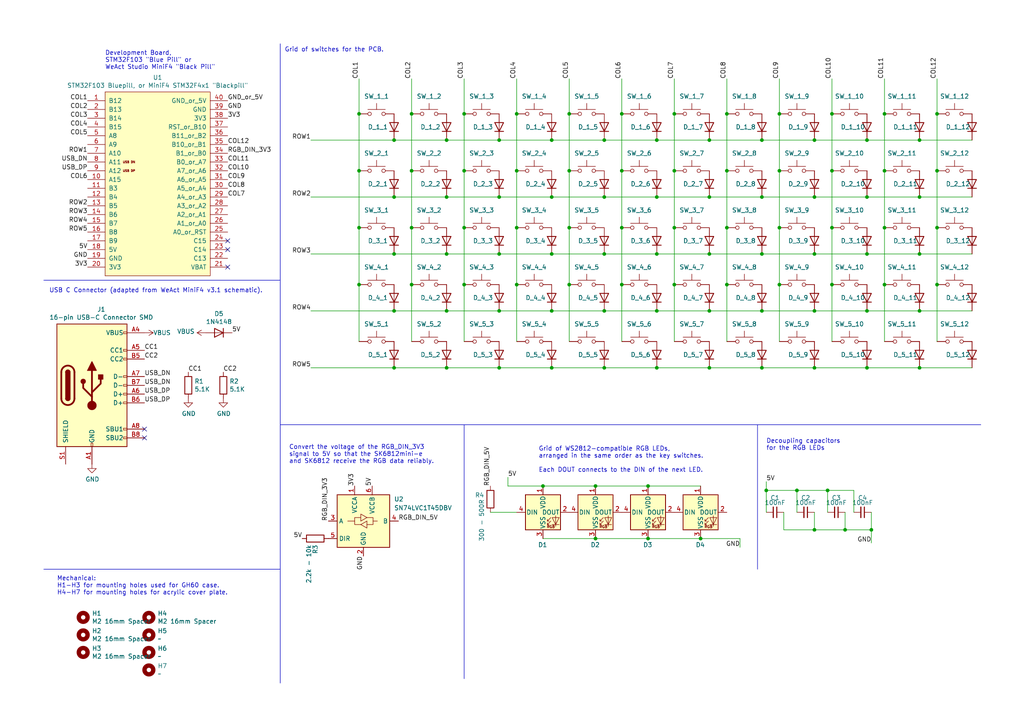
<source format=kicad_sch>
(kicad_sch (version 20250114) (generator "eeschema") (generator_version "9.0")
  (paper "A4")
  (title_block (title "X-2, ARM-Devboard variant of peej's Lumberjack") (date "2022-07-02") (rev "2022.1") (company "Richard Goulter (github.com/rgoulter)") (comment 1 "Feature: 4x WS2812B RGB LEDs.") (comment 2 "Feature: an External USB-C connector.") (comment 3 "Uses pads common to both the Bluepill devboard and the WeAct MiniF4.") (comment 4 "Keyboard PCB; 12x5 matrix."))
  (text "Grid of WS2812-compatible RGB LEDs,\narranged in the same order as the key switches.\n\nEach DOUT connects to the DIN of the next LED." (at 156.21 137.16 0) (effects (font (size 1.27 1.27)) (justify left bottom)))
  (text "USB C Connector (adapted from WeAct MiniF4 v3.1 schematic)." (at 76.2 85.09 0) (effects (font (size 1.27 1.27)) (justify right bottom)))
  (text "Decoupling capacitors\nfor the RGB LEDs" (at 222.25 130.81 0) (effects (font (size 1.27 1.27)) (justify left bottom)))
  (text "Convert the voltage of the RGB_DIN_3V3\nsignal to 5V so that the SK6812mini-e\nand SK6812 receive the RGB data reliably." (at 83.82 134.62 0) (effects (font (size 1.27 1.27)) (justify left bottom)))
  (text "Grid of switches for the PCB." (at 82.55 15.24 0) (effects (font (size 1.27 1.27)) (justify left bottom)))
  (text "Development Board,\nSTM32F103 \"Blue Pill\" or\nWeAct Studio MiniF4 \"Black Pill\"" (at 30.48 20.32 0) (effects (font (size 1.27 1.27)) (justify left bottom)))
  (text "Mechanical:\nH1-H3 for mounting holes used for GH60 case.\nH4-H7 for mounting holes for acrylic cover plate." (at 16.51 172.72 0) (effects (font (size 1.27 1.27)) (justify left bottom)))
  (junction (at 114.3 106.68))
  (junction (at 210.82 33.02))
  (junction (at 236.22 40.64))
  (junction (at 104.14 66.04))
  (junction (at 175.26 73.66))
  (junction (at 175.26 90.17))
  (junction (at 104.14 33.02))
  (junction (at 241.3 49.53))
  (junction (at 160.02 57.15))
  (junction (at 195.58 82.55))
  (junction (at 190.5 73.66))
  (junction (at 241.3 82.55))
  (junction (at 157.48 140.97))
  (junction (at 172.72 156.21))
  (junction (at 149.86 66.04))
  (junction (at 210.82 49.53))
  (junction (at 104.14 82.55))
  (junction (at 190.5 106.68))
  (junction (at 175.26 40.64))
  (junction (at 180.34 66.04))
  (junction (at 165.1 82.55))
  (junction (at 251.46 106.68))
  (junction (at 114.3 40.64))
  (junction (at 187.96 156.21))
  (junction (at 144.78 106.68))
  (junction (at 266.7 73.66))
  (junction (at 256.54 49.53))
  (junction (at 195.58 49.53))
  (junction (at 129.54 57.15))
  (junction (at 241.3 33.02))
  (junction (at 190.5 90.17))
  (junction (at 220.98 90.17))
  (junction (at 129.54 90.17))
  (junction (at 256.54 66.04))
  (junction (at 149.86 49.53))
  (junction (at 266.7 57.15))
  (junction (at 144.78 90.17))
  (junction (at 226.06 82.55))
  (junction (at 205.74 73.66))
  (junction (at 252.73 153.67))
  (junction (at 236.22 106.68))
  (junction (at 266.7 106.68))
  (junction (at 165.1 66.04))
  (junction (at 256.54 82.55))
  (junction (at 203.2 156.21))
  (junction (at 187.96 140.97))
  (junction (at 175.26 57.15))
  (junction (at 251.46 90.17))
  (junction (at 240.03 142.24))
  (junction (at 165.1 33.02))
  (junction (at 134.62 49.53))
  (junction (at 220.98 57.15))
  (junction (at 195.58 33.02))
  (junction (at 220.98 73.66))
  (junction (at 175.26 106.68))
  (junction (at 241.3 66.04))
  (junction (at 251.46 57.15))
  (junction (at 245.11 153.67))
  (junction (at 205.74 40.64))
  (junction (at 271.78 33.02))
  (junction (at 160.02 73.66))
  (junction (at 231.14 142.24))
  (junction (at 149.86 33.02))
  (junction (at 226.06 49.53))
  (junction (at 220.98 106.68))
  (junction (at 190.5 57.15))
  (junction (at 266.7 90.17))
  (junction (at 210.82 82.55))
  (junction (at 236.22 73.66))
  (junction (at 160.02 106.68))
  (junction (at 144.78 57.15))
  (junction (at 256.54 33.02))
  (junction (at 226.06 66.04))
  (junction (at 271.78 49.53))
  (junction (at 205.74 90.17))
  (junction (at 266.7 40.64))
  (junction (at 236.22 153.67))
  (junction (at 236.22 90.17))
  (junction (at 119.38 33.02))
  (junction (at 114.3 90.17))
  (junction (at 236.22 57.15))
  (junction (at 251.46 40.64))
  (junction (at 114.3 73.66))
  (junction (at 210.82 66.04))
  (junction (at 205.74 57.15))
  (junction (at 271.78 66.04))
  (junction (at 180.34 33.02))
  (junction (at 271.78 82.55))
  (junction (at 160.02 40.64))
  (junction (at 190.5 40.64))
  (junction (at 119.38 49.53))
  (junction (at 165.1 49.53))
  (junction (at 172.72 140.97))
  (junction (at 251.46 73.66))
  (junction (at 222.25 142.24))
  (junction (at 160.02 90.17))
  (junction (at 220.98 40.64))
  (junction (at 195.58 66.04))
  (junction (at 104.14 49.53))
  (junction (at 144.78 40.64))
  (junction (at 144.78 73.66))
  (junction (at 129.54 40.64))
  (junction (at 129.54 106.68))
  (junction (at 114.3 57.15))
  (junction (at 205.74 106.68))
  (junction (at 149.86 82.55))
  (junction (at 119.38 82.55))
  (junction (at 226.06 33.02))
  (junction (at 180.34 49.53))
  (junction (at 134.62 66.04))
  (junction (at 134.62 82.55))
  (junction (at 180.34 82.55))
  (junction (at 129.54 73.66))
  (junction (at 134.62 33.02))
  (junction (at 119.38 66.04))
  (no_connect (at 66.04 77.47))
  (no_connect (at 41.91 124.46))
  (no_connect (at 66.04 69.85))
  (no_connect (at 41.91 127))
  (no_connect (at 66.04 72.39))
  (wire (pts (xy 210.82 49.53) (xy 210.82 66.04)))
  (wire (pts (xy 165.1 33.02) (xy 165.1 49.53)))
  (wire (pts (xy 147.32 140.97) (xy 157.48 140.97)))
  (wire (pts (xy 172.72 156.21) (xy 187.96 156.21)))
  (wire (pts (xy 210.82 66.04) (xy 210.82 82.55)))
  (wire (pts (xy 134.62 49.53) (xy 134.62 66.04)))
  (wire (pts (xy 160.02 90.17) (xy 144.78 90.17)))
  (wire (pts (xy 104.14 49.53) (xy 104.14 66.04)))
  (wire (pts (xy 119.38 49.53) (xy 119.38 66.04)))
  (wire (pts (xy 187.96 156.21) (xy 203.2 156.21)))
  (wire (pts (xy 195.58 33.02) (xy 195.58 49.53)))
  (wire (pts (xy 149.86 66.04) (xy 149.86 82.55)))
  (wire (pts (xy 251.46 73.66) (xy 236.22 73.66)))
  (wire (pts (xy 245.11 148.59) (xy 245.11 153.67)))
  (wire (pts (xy 251.46 106.68) (xy 236.22 106.68)))
  (wire (pts (xy 175.26 73.66) (xy 190.5 73.66)))
  (wire (pts (xy 220.98 73.66) (xy 236.22 73.66)))
  (wire (pts (xy 205.74 106.68) (xy 190.5 106.68)))
  (wire (pts (xy 129.54 90.17) (xy 114.3 90.17)))
  (wire (pts (xy 144.78 106.68) (xy 129.54 106.68)))
  (wire (pts (xy 119.38 82.55) (xy 119.38 99.06)))
  (wire (pts (xy 226.06 66.04) (xy 226.06 82.55)))
  (wire (pts (xy 220.98 40.64) (xy 236.22 40.64)))
  (wire (pts (xy 175.26 57.15) (xy 190.5 57.15)))
  (wire (pts (xy 187.96 140.97) (xy 172.72 140.97)))
  (wire (pts (xy 266.7 106.68) (xy 251.46 106.68)))
  (wire (pts (xy 251.46 73.66) (xy 266.7 73.66)))
  (wire (pts (xy 175.26 57.15) (xy 160.02 57.15)))
  (wire (pts (xy 266.7 40.64) (xy 281.94 40.64)))
  (wire (pts (xy 104.14 33.02) (xy 104.14 49.53)))
  (wire (pts (xy 134.62 82.55) (xy 134.62 99.06)))
  (wire (pts (xy 114.3 57.15) (xy 129.54 57.15)))
  (wire (pts (xy 256.54 66.04) (xy 256.54 82.55)))
  (polyline (pts (xy 81.28 165.1) (xy 12.7 165.1)))
  (polyline (pts (xy 81.28 81.28) (xy 12.7 81.28)))
  (polyline (pts (xy 134.62 123.19) (xy 134.62 196.85)))
  (wire (pts (xy 165.1 49.53) (xy 165.1 66.04)))
  (wire (pts (xy 187.96 140.97) (xy 203.2 140.97)))
  (wire (pts (xy 220.98 90.17) (xy 205.74 90.17)))
  (wire (pts (xy 190.5 40.64) (xy 205.74 40.64)))
  (wire (pts (xy 172.72 140.97) (xy 157.48 140.97)))
  (wire (pts (xy 114.3 106.68) (xy 90.17 106.68)))
  (wire (pts (xy 281.94 73.66) (xy 266.7 73.66)))
  (wire (pts (xy 160.02 40.64) (xy 175.26 40.64)))
  (wire (pts (xy 119.38 33.02) (xy 119.38 49.53)))
  (wire (pts (xy 144.78 40.64) (xy 160.02 40.64)))
  (wire (pts (xy 241.3 22.86) (xy 241.3 33.02)))
  (wire (pts (xy 203.2 156.21) (xy 214.63 156.21)))
  (wire (pts (xy 129.54 106.68) (xy 114.3 106.68)))
  (wire (pts (xy 226.06 22.86) (xy 226.06 33.02)))
  (wire (pts (xy 144.78 73.66) (xy 160.02 73.66)))
  (wire (pts (xy 144.78 57.15) (xy 160.02 57.15)))
  (wire (pts (xy 236.22 57.15) (xy 251.46 57.15)))
  (wire (pts (xy 144.78 90.17) (xy 129.54 90.17)))
  (wire (pts (xy 220.98 106.68) (xy 205.74 106.68)))
  (wire (pts (xy 236.22 148.59) (xy 236.22 153.67)))
  (wire (pts (xy 149.86 82.55) (xy 149.86 99.06)))
  (wire (pts (xy 251.46 90.17) (xy 236.22 90.17)))
  (wire (pts (xy 226.06 33.02) (xy 226.06 49.53)))
  (wire (pts (xy 205.74 90.17) (xy 190.5 90.17)))
  (wire (pts (xy 190.5 57.15) (xy 205.74 57.15)))
  (wire (pts (xy 226.06 82.55) (xy 226.06 99.06)))
  (wire (pts (xy 114.3 90.17) (xy 90.17 90.17)))
  (wire (pts (xy 222.25 142.24) (xy 222.25 148.59)))
  (wire (pts (xy 180.34 22.86) (xy 180.34 33.02)))
  (wire (pts (xy 247.65 148.59) (xy 247.65 142.24)))
  (wire (pts (xy 149.86 22.86) (xy 149.86 33.02)))
  (wire (pts (xy 134.62 33.02) (xy 134.62 49.53)))
  (wire (pts (xy 195.58 22.86) (xy 195.58 33.02)))
  (wire (pts (xy 245.11 153.67) (xy 252.73 153.67)))
  (wire (pts (xy 266.7 57.15) (xy 281.94 57.15)))
  (wire (pts (xy 190.5 90.17) (xy 175.26 90.17)))
  (polyline (pts (xy 81.28 12.7) (xy 81.28 198.12)))
  (wire (pts (xy 119.38 22.86) (xy 119.38 33.02)))
  (wire (pts (xy 180.34 82.55) (xy 180.34 99.06)))
  (wire (pts (xy 231.14 148.59) (xy 231.14 142.24)))
  (wire (pts (xy 214.63 156.21) (xy 214.63 158.75)))
  (wire (pts (xy 236.22 40.64) (xy 251.46 40.64)))
  (wire (pts (xy 281.94 106.68) (xy 266.7 106.68)))
  (wire (pts (xy 157.48 156.21) (xy 172.72 156.21)))
  (wire (pts (xy 251.46 40.64) (xy 266.7 40.64)))
  (wire (pts (xy 149.86 49.53) (xy 149.86 66.04)))
  (wire (pts (xy 195.58 49.53) (xy 195.58 66.04)))
  (wire (pts (xy 190.5 40.64) (xy 175.26 40.64)))
  (wire (pts (xy 251.46 57.15) (xy 266.7 57.15)))
  (wire (pts (xy 236.22 153.67) (xy 245.11 153.67)))
  (wire (pts (xy 104.14 66.04) (xy 104.14 82.55)))
  (wire (pts (xy 175.26 106.68) (xy 190.5 106.68)))
  (wire (pts (xy 175.26 106.68) (xy 160.02 106.68)))
  (wire (pts (xy 241.3 66.04) (xy 241.3 82.55)))
  (wire (pts (xy 134.62 66.04) (xy 134.62 82.55)))
  (wire (pts (xy 180.34 66.04) (xy 180.34 82.55)))
  (wire (pts (xy 240.03 142.24) (xy 231.14 142.24)))
  (wire (pts (xy 281.94 90.17) (xy 266.7 90.17)))
  (wire (pts (xy 147.32 138.43) (xy 147.32 140.97)))
  (wire (pts (xy 256.54 49.53) (xy 256.54 66.04)))
  (wire (pts (xy 195.58 82.55) (xy 195.58 99.06)))
  (wire (pts (xy 271.78 82.55) (xy 271.78 99.06)))
  (wire (pts (xy 226.06 49.53) (xy 226.06 66.04)))
  (wire (pts (xy 266.7 90.17) (xy 251.46 90.17)))
  (wire (pts (xy 241.3 82.55) (xy 241.3 99.06)))
  (wire (pts (xy 180.34 49.53) (xy 180.34 66.04)))
  (wire (pts (xy 256.54 22.86) (xy 256.54 33.02)))
  (wire (pts (xy 104.14 22.86) (xy 104.14 33.02)))
  (wire (pts (xy 241.3 33.02) (xy 241.3 49.53)))
  (wire (pts (xy 210.82 82.55) (xy 210.82 99.06)))
  (wire (pts (xy 240.03 148.59) (xy 240.03 142.24)))
  (wire (pts (xy 210.82 33.02) (xy 210.82 49.53)))
  (wire (pts (xy 205.74 57.15) (xy 220.98 57.15)))
  (wire (pts (xy 129.54 40.64) (xy 144.78 40.64)))
  (wire (pts (xy 205.74 73.66) (xy 220.98 73.66)))
  (wire (pts (xy 160.02 73.66) (xy 175.26 73.66)))
  (wire (pts (xy 114.3 40.64) (xy 129.54 40.64)))
  (wire (pts (xy 205.74 40.64) (xy 220.98 40.64)))
  (wire (pts (xy 210.82 22.86) (xy 210.82 33.02)))
  (wire (pts (xy 256.54 33.02) (xy 256.54 49.53)))
  (wire (pts (xy 190.5 73.66) (xy 205.74 73.66)))
  (wire (pts (xy 241.3 49.53) (xy 241.3 66.04)))
  (wire (pts (xy 271.78 66.04) (xy 271.78 82.55)))
  (wire (pts (xy 247.65 142.24) (xy 240.03 142.24)))
  (wire (pts (xy 227.33 148.59) (xy 227.33 153.67)))
  (wire (pts (xy 252.73 148.59) (xy 252.73 153.67)))
  (wire (pts (xy 149.86 33.02) (xy 149.86 49.53)))
  (wire (pts (xy 180.34 33.02) (xy 180.34 49.53)))
  (wire (pts (xy 129.54 57.15) (xy 144.78 57.15)))
  (wire (pts (xy 160.02 106.68) (xy 144.78 106.68)))
  (wire (pts (xy 256.54 82.55) (xy 256.54 99.06)))
  (wire (pts (xy 252.73 153.67) (xy 252.73 157.48)))
  (polyline (pts (xy 219.71 123.19) (xy 219.71 165.1)))
  (wire (pts (xy 231.14 142.24) (xy 222.25 142.24)))
  (wire (pts (xy 114.3 73.66) (xy 90.17 73.66)))
  (wire (pts (xy 129.54 73.66) (xy 144.78 73.66)))
  (wire (pts (xy 104.14 82.55) (xy 104.14 99.06)))
  (wire (pts (xy 114.3 57.15) (xy 90.17 57.15)))
  (wire (pts (xy 114.3 40.64) (xy 90.17 40.64)))
  (wire (pts (xy 236.22 106.68) (xy 220.98 106.68)))
  (wire (pts (xy 119.38 66.04) (xy 119.38 82.55)))
  (wire (pts (xy 236.22 90.17) (xy 220.98 90.17)))
  (wire (pts (xy 271.78 22.86) (xy 271.78 33.02)))
  (wire (pts (xy 227.33 153.67) (xy 236.22 153.67)))
  (wire (pts (xy 134.62 22.86) (xy 134.62 33.02)))
  (wire (pts (xy 175.26 90.17) (xy 160.02 90.17)))
  (wire (pts (xy 165.1 82.55) (xy 165.1 99.06)))
  (polyline (pts (xy 81.28 123.19) (xy 284.48 123.19)))
  (wire (pts (xy 165.1 66.04) (xy 165.1 82.55)))
  (wire (pts (xy 271.78 49.53) (xy 271.78 66.04)))
  (wire (pts (xy 195.58 66.04) (xy 195.58 82.55)))
  (wire (pts (xy 165.1 22.86) (xy 165.1 33.02)))
  (wire (pts (xy 220.98 57.15) (xy 236.22 57.15)))
  (wire (pts (xy 114.3 73.66) (xy 129.54 73.66)))
  (wire (pts (xy 142.24 148.59) (xy 149.86 148.59)))
  (wire (pts (xy 271.78 33.02) (xy 271.78 49.53)))
  (wire (pts (xy 222.25 139.7) (xy 222.25 142.24)))
  (label "COL8" (at 210.82 22.86 90))
  (label "USB_DP" (at 41.91 116.84 0))
  (label "GND" (at 25.4 74.93 180))
  (label "5V" (at 147.32 138.43 0))
  (label "RGB_DIN_5V" (at 115.57 151.13 0))
  (label "GND" (at 252.73 157.48 180))
  (label "CC2" (at 64.77 107.95 0))
  (label "COL1" (at 104.14 22.86 90))
  (label "COL3" (at 134.62 22.86 90))
  (label "GND" (at 214.63 158.75 180))
  (label "ROW5" (at 90.17 106.68 180))
  (label "GND" (at 66.04 31.75 0))
  (label "CC1" (at 41.91 101.6 0))
  (label "RGB_DIN_3V3" (at 66.04 44.45 0))
  (label "ROW5" (at 25.4 67.31 180))
  (label "USB_DN" (at 25.4 46.99 180))
  (label "COL5" (at 165.1 22.86 90))
  (label "ROW3" (at 25.4 62.23 180))
  (label "3V3" (at 25.4 77.47 180))
  (label "COL10" (at 241.3 22.86 90))
  (label "5V" (at 25.4 72.39 180))
  (label "5V" (at 67.31 96.52 0))
  (label "COL1" (at 25.4 29.21 180))
  (label "RGB_DIN_3V3" (at 95.25 151.13 90))
  (label "ROW3" (at 90.17 73.66 180))
  (label "COL4" (at 149.86 22.86 90))
  (label "ROW2" (at 90.17 57.15 180))
  (label "USB_DP" (at 25.4 49.53 180))
  (label "RGB_DIN_5V" (at 142.24 140.97 90))
  (label "ROW2" (at 25.4 59.69 180))
  (label "COL7" (at 66.04 57.15 0))
  (label "COL10" (at 66.04 49.53 0))
  (label "COL4" (at 25.4 36.83 180))
  (label "COL12" (at 271.78 22.86 90))
  (label "5V" (at 107.95 140.97 90))
  (label "COL11" (at 256.54 22.86 90))
  (label "USB_DN" (at 41.91 109.22 0))
  (label "USB_DN" (at 41.91 111.76 0))
  (label "CC2" (at 41.91 104.14 0))
  (label "5V" (at 222.25 139.7 0))
  (label "ROW1" (at 25.4 44.45 180))
  (label "CC1" (at 54.61 107.95 0))
  (label "COL9" (at 66.04 52.07 0))
  (label "COL2" (at 25.4 31.75 180))
  (label "3V3" (at 102.87 140.97 90))
  (label "COL9" (at 226.06 22.86 90))
  (label "5V" (at 87.63 156.21 180))
  (label "COL12" (at 66.04 41.91 0))
  (label "COL6" (at 25.4 52.07 180))
  (label "ROW4" (at 25.4 64.77 180))
  (label "COL3" (at 25.4 34.29 180))
  (label "3V3" (at 66.04 34.29 0))
  (label "ROW4" (at 90.17 90.17 180))
  (label "USB_DP" (at 41.91 114.3 0))
  (label "COL5" (at 25.4 39.37 180))
  (label "ROW1" (at 90.17 40.64 180))
  (label "COL8" (at 66.04 54.61 0))
  (label "COL2" (at 119.38 22.86 90))
  (label "COL6" (at 180.34 22.86 90))
  (label "GND_or_5V" (at 66.04 29.21 0))
  (label "GND" (at 105.41 161.29 270))
  (label "COL11" (at 66.04 46.99 0))
  (label "COL7" (at 195.58 22.86 90))
  (symbol (lib_id "Switch:SW_Push") (at 109.22 33.02 0) (unit 1)
    (property "Reference" "SW_1_1" (at 109.22 27.94 0))
    (property "Value" "MX-compatible or Kailh Choc v1" (effects (hide yes)))
    (property "Footprint" "ProjectLocal:SW_MX_PG1350_NoLed" (effects (hide yes)))
    (property "Description" "Mechanical Keyboard Switch" (effects (hide yes)))
  )
  (symbol (lib_id "LED:WS2812B") (at 157.48 148.59 0) (unit 1)
    (property "Reference" "D1" (at 158.75 158.75 0) (effects (justify right bottom)))
    (property "Value" "SK6812" (effects (hide yes)))
    (property "Footprint" "LED_SMD:LED_WS2812B_PLCC4_5.0x5.0mm_P3.2mm" (effects (hide yes)))
    (property "Datasheet" "https://cdn-shop.adafruit.com/datasheets/WS2812B.pdf" (effects (hide yes)))
    (property "Description" "RGB LED" (effects (hide yes)))
  )
  (symbol (lib_id "LED:WS2812B") (at 172.72 148.59 0) (unit 1)
    (property "Reference" "D2" (at 173.99 158.75 0) (effects (justify right bottom)))
    (property "Value" "SK6812" (effects (hide yes)))
    (property "Footprint" "LED_SMD:LED_WS2812B_PLCC4_5.0x5.0mm_P3.2mm" (effects (hide yes)))
    (property "Datasheet" "https://cdn-shop.adafruit.com/datasheets/WS2812B.pdf" (effects (hide yes)))
    (property "Description" "RGB LED" (effects (hide yes)))
  )
  (symbol (lib_id "LED:WS2812B") (at 187.96 148.59 0) (unit 1)
    (property "Reference" "D3" (at 189.23 158.75 0) (effects (justify right bottom)))
    (property "Value" "SK6812" (effects (hide yes)))
    (property "Footprint" "LED_SMD:LED_WS2812B_PLCC4_5.0x5.0mm_P3.2mm" (effects (hide yes)))
    (property "Datasheet" "https://cdn-shop.adafruit.com/datasheets/WS2812B.pdf" (effects (hide yes)))
    (property "Description" "RGB LED" (effects (hide yes)))
  )
  (symbol (lib_id "LED:WS2812B") (at 203.2 148.59 0) (unit 1)
    (property "Reference" "D4" (at 204.47 158.75 0) (effects (justify right bottom)))
    (property "Value" "SK6812" (effects (hide yes)))
    (property "Footprint" "LED_SMD:LED_WS2812B_PLCC4_5.0x5.0mm_P3.2mm" (effects (hide yes)))
    (property "Datasheet" "https://cdn-shop.adafruit.com/datasheets/WS2812B.pdf" (effects (hide yes)))
    (property "Description" "RGB LED" (effects (hide yes)))
  )
  (symbol (lib_id "Mechanical:MountingHole") (at 24.13 179.07 0) (unit 1)
    (property "Reference" "H1" (at 26.67 177.9016 0) (effects (justify left)))
    (property "Value" "M2 16mm Spacer" (at 26.67 180.213 0) (effects (justify left)))
    (property "Footprint" "MountingHole:MountingHole_2.2mm_M2_DIN965_Pad" (effects (hide yes)))
    (property "Description" "Acrylic Cover Mounting Hole" (effects (hide yes)))
  )
  (symbol (lib_id "Mechanical:MountingHole") (at 24.13 184.15 0) (unit 1)
    (property "Reference" "H2" (at 26.67 182.9816 0) (effects (justify left)))
    (property "Value" "M2 16mm Spacer" (at 26.67 185.293 0) (effects (justify left)))
    (property "Footprint" "MountingHole:MountingHole_2.2mm_M2_DIN965_Pad" (effects (hide yes)))
    (property "Description" "Acrylic Cover Mounting Hole" (effects (hide yes)))
  )
  (symbol (lib_id "Mechanical:MountingHole") (at 24.13 189.23 0) (unit 1)
    (property "Reference" "H3" (at 26.67 188.0616 0) (effects (justify left)))
    (property "Value" "M2 16mm Spacer" (at 26.67 190.373 0) (effects (justify left)))
    (property "Footprint" "MountingHole:MountingHole_2.2mm_M2_DIN965_Pad" (effects (hide yes)))
    (property "Description" "Acrylic Cover Mounting Hole" (effects (hide yes)))
  )
  (symbol (lib_id "Mechanical:MountingHole") (at 43.18 179.07 0) (unit 1)
    (property "Reference" "H4" (at 45.72 177.9016 0) (effects (justify left)))
    (property "Value" "M2 16mm Spacer" (at 45.72 180.213 0) (effects (justify left)))
    (property "Footprint" "MountingHole:MountingHole_2.2mm_M2_DIN965_Pad" (effects (hide yes)))
    (property "Description" "Acrylic Cover Mounting Hole" (effects (hide yes)))
  )
  (symbol (lib_id "Mechanical:MountingHole") (at 43.18 184.15 0) (unit 1)
    (property "Reference" "H5" (at 45.72 182.9816 0) (effects (justify left)))
    (property "Value" "~" (at 45.72 185.293 0) (effects (justify left)))
    (property "Footprint" "ProjectLocal:Bumpon_3M_F0502" (effects (hide yes)))
    (property "Description" "GH-60 Case Mounting Hole" (effects (hide yes)))
  )
  (symbol (lib_id "Mechanical:MountingHole") (at 43.18 189.23 0) (unit 1)
    (property "Reference" "H6" (at 45.72 188.0616 0) (effects (justify left)))
    (property "Value" "~" (at 45.72 190.373 0) (effects (justify left)))
    (property "Footprint" "ProjectLocal:H_M2_Spacer_Hole" (effects (hide yes)))
    (property "Description" "GH-60 Case Mounting Hole" (effects (hide yes)))
  )
  (symbol (lib_id "Mechanical:MountingHole") (at 43.18 194.31 0) (unit 1)
    (property "Reference" "H7" (at 45.72 193.1416 0) (effects (justify left)))
    (property "Value" "~" (at 45.72 195.453 0) (effects (justify left)))
    (property "Footprint" "ProjectLocal:H_M2_Spacer_Hole" (effects (hide yes)))
    (property "Description" "GH-60 Case Mounting Hole" (effects (hide yes)))
  )
  (symbol (lib_id "Device:C_Small") (at 224.79 148.59 270) (unit 1)
    (property "Reference" "C1" (at 224.79 145.1102 90) (effects (justify bottom)))
    (property "Value" "100nF" (at 224.79 145.0848 90) (effects (justify top)))
    (property "Footprint" "ProjectLocal:C_0805_2012Metric_Pad1.18x1.45mm_HandSolder_Dual" (effects (hide yes)))
    (property "Description" "Capacitor (Through-hole or 0805)" (effects (hide yes)))
  )
  (symbol (lib_id "Logic_LevelTranslator:SN74LVC1T45DBV") (at 105.41 151.13 0) (unit 1)
    (property "Reference" "U2" (at 114.3 144.78 0) (effects (justify left)))
    (property "Value" "SN74LVC1T45DBV" (at 114.3 147.32 0) (effects (justify left)))
    (property "Footprint" "Package_TO_SOT_SMD:SOT-23-6_Handsoldering" (effects (hide yes)))
    (property "Datasheet" "http://www.ti.com/lit/ds/symlink/sn74lvc1t45.pdf" (effects (hide yes)))
    (property "Description" "Logic Level Shifter" (effects (hide yes)))
  )
  (symbol (lib_id "Device:R") (at 91.44 156.21 270) (unit 1)
    (property "Reference" "R3" (at 91.44 157.988 0) (effects (justify left)))
    (property "Value" "2.2k - 10k" (at 90.297 157.988 0) (effects (justify left top)))
    (property "Footprint" "ProjectLocal:Resistor-Hybrid" (effects (hide yes)))
    (property "Description" "Resistor (1/4W through-hole, or 0805)" (effects (hide yes)))
  )
  (symbol (lib_id "Device:C_Small") (at 233.68 148.59 270) (unit 1)
    (property "Reference" "C2" (at 233.68 145.1102 90) (effects (justify bottom)))
    (property "Value" "100nF" (at 233.68 145.0848 90) (effects (justify top)))
    (property "Footprint" "ProjectLocal:C_0805_2012Metric_Pad1.18x1.45mm_HandSolder_Dual" (effects (hide yes)))
    (property "Description" "Capacitor (Through-hole or 0805)" (effects (hide yes)))
  )
  (symbol (lib_id "Device:C_Small") (at 250.19 148.59 270) (unit 1)
    (property "Reference" "C4" (at 250.19 145.1102 90) (effects (justify bottom)))
    (property "Value" "100nF" (at 250.19 145.0848 90) (effects (justify top)))
    (property "Footprint" "ProjectLocal:C_0805_2012Metric_Pad1.18x1.45mm_HandSolder_Dual" (effects (hide yes)))
    (property "Description" "Capacitor (Through-hole or 0805)" (effects (hide yes)))
  )
  (symbol (lib_id "Device:C_Small") (at 242.57 148.59 270) (unit 1)
    (property "Reference" "C3" (at 242.57 145.1102 90) (effects (justify bottom)))
    (property "Value" "100nF" (at 242.57 145.0848 90) (effects (justify top)))
    (property "Footprint" "ProjectLocal:C_0805_2012Metric_Pad1.18x1.45mm_HandSolder_Dual" (effects (hide yes)))
    (property "Description" "Capacitor (Through-hole or 0805)" (effects (hide yes)))
  )
  (symbol (lib_id "Device:R") (at 142.24 144.78 0) (unit 1)
    (property "Reference" "R4" (at 140.462 143.6116 0) (effects (justify right)))
    (property "Value" "300 - 500R" (at 139.7 144.78 90) (effects (justify right)))
    (property "Footprint" "ProjectLocal:Resistor-Hybrid" (effects (hide yes)))
    (property "Description" "Resistor (1/4W through-hole, or 0805)" (effects (hide yes)))
  )
  (symbol (lib_id "ProjectLocal:BluePill_or_MiniF4_DIP40") (at 45.72 52.07 0) (unit 1)
    (property "Reference" "U1" (at 45.72 22.479 0))
    (property "Value" "STM32F103 Bluepill, or MiniF4 STM32F4x1 \"Blackpill\"" (at 45.72 24.7904 0))
    (property "Footprint" "Package_DIP:DIP-40_W15.24mm_Socket" (effects (hide yes)))
    (property "Description" "DIP-40 STM32 Development Board" (effects (hide yes)))
    (property "Comment" "Ideally, use a DIP-40 socket with round pins, or cut down a SIP header with round pins" (effects (hide yes)))
  )
  (symbol (lib_id "Connector:USB_C_Receptacle_USB2.0") (at 26.67 111.76 0) (unit 1)
    (property "Reference" "J1" (at 29.3878 89.7382 0))
    (property "Value" "16-pin USB-C Connector SMD" (at 29.3878 92.0496 0))
    (property "Footprint" "Connector_USB:USB_C_Receptacle_XKB_U262-16XN-4BVC11" (effects (hide yes)))
    (property "Datasheet" "https://www.usb.org/sites/default/files/documents/usb_type-c.zip" (effects (hide yes)))
    (property "Description" "USB-C Connector" (effects (hide yes)))
  )
  (symbol (lib_id "Device:D") (at 63.5 96.52 180) (unit 1)
    (property "Reference" "D5" (at 63.5 91.0082 0))
    (property "Value" "1N4148" (at 63.5 93.3196 0))
    (property "Footprint" "Keebio-Parts:Diode-dual" (effects (hide yes)))
    (property "Description" "Diode (Through-hole or 0805)" (effects (hide yes)))
  )
  (symbol (lib_id "Device:R") (at 54.61 111.76 0) (unit 1)
    (property "Reference" "R1" (at 56.388 110.5916 0) (effects (justify left)))
    (property "Value" "5.1K" (at 56.388 112.903 0) (effects (justify left)))
    (property "Footprint" "ProjectLocal:Resistor-Hybrid" (effects (hide yes)))
    (property "Description" "Resistor (1/4W through-hole, or 0805)" (effects (hide yes)))
  )
  (symbol (lib_id "Device:R") (at 64.77 111.76 0) (unit 1)
    (property "Reference" "R2" (at 66.548 110.5916 0) (effects (justify left)))
    (property "Value" "5.1K" (at 66.548 112.903 0) (effects (justify left)))
    (property "Footprint" "ProjectLocal:Resistor-Hybrid" (effects (hide yes)))
    (property "Description" "Resistor (1/4W through-hole, or 0805)" (effects (hide yes)))
  )
  (symbol (lib_id "power:GND") (at 26.67 134.62 0) (unit 1)
    (property "Reference" "#PWR0101" (effects (hide yes)))
    (property "Value" "GND" (at 26.797 139.0142 0))
  )
  (symbol (lib_id "power:VBUS") (at 41.91 96.52 270) (unit 1)
    (property "Reference" "#PWR0102" (effects (hide yes)))
    (property "Value" "VBUS" (at 46.99 96.52 90))
  )
  (symbol (lib_id "power:VBUS") (at 59.69 96.52 90) (unit 1)
    (property "Reference" "#PWR0103" (effects (hide yes)))
    (property "Value" "VBUS" (at 56.4642 96.139 90) (effects (justify left)))
  )
  (symbol (lib_id "power:GND") (at 54.61 115.57 0) (unit 1)
    (property "Reference" "#PWR0104" (effects (hide yes)))
    (property "Value" "GND" (at 54.737 119.9642 0))
  )
  (symbol (lib_id "power:GND") (at 64.77 115.57 0) (unit 1)
    (property "Reference" "#PWR0105" (effects (hide yes)))
    (property "Value" "GND" (at 64.897 119.9642 0))
  )
  (symbol (lib_id "Device:D") (at 114.3 36.83 90) (unit 1)
    (property "Reference" "D_1_1" (at 106.68 36.83 90) (effects (justify right)))
    (property "Value" "1N4148" (effects (hide yes)))
    (property "Footprint" "Keebio-Parts:Diode-dual" (effects (hide yes)))
    (property "Description" "Diode (Through-hole or 0805)" (effects (hide yes)))
  )
  (symbol (lib_id "Switch:SW_Push") (at 124.46 33.02 0) (unit 1)
    (property "Reference" "SW_1_2" (at 124.46 27.94 0))
    (property "Value" "MX-compatible or Kailh Choc v1" (effects (hide yes)))
    (property "Footprint" "ProjectLocal:SW_MX_PG1350_NoLed" (effects (hide yes)))
    (property "Description" "Mechanical Keyboard Switch" (effects (hide yes)))
  )
  (symbol (lib_id "Device:D") (at 129.54 36.83 90) (unit 1)
    (property "Reference" "D_1_2" (at 121.92 36.83 90) (effects (justify right)))
    (property "Value" "1N4148" (effects (hide yes)))
    (property "Footprint" "Keebio-Parts:Diode-dual" (effects (hide yes)))
    (property "Description" "Diode (Through-hole or 0805)" (effects (hide yes)))
  )
  (symbol (lib_id "Switch:SW_Push") (at 139.7 33.02 0) (unit 1)
    (property "Reference" "SW_1_3" (at 139.7 27.94 0))
    (property "Value" "MX-compatible or Kailh Choc v1" (effects (hide yes)))
    (property "Footprint" "ProjectLocal:SW_MX_PG1350_NoLed" (effects (hide yes)))
    (property "Description" "Mechanical Keyboard Switch" (effects (hide yes)))
  )
  (symbol (lib_id "Switch:SW_Push") (at 154.94 33.02 0) (unit 1)
    (property "Reference" "SW_1_4" (at 154.94 27.94 0))
    (property "Value" "MX-compatible or Kailh Choc v1" (effects (hide yes)))
    (property "Footprint" "ProjectLocal:SW_MX_PG1350_NoLed" (effects (hide yes)))
    (property "Description" "Mechanical Keyboard Switch" (effects (hide yes)))
  )
  (symbol (lib_id "Switch:SW_Push") (at 170.18 33.02 0) (unit 1)
    (property "Reference" "SW_1_5" (at 170.18 27.94 0))
    (property "Value" "MX-compatible or Kailh Choc v1" (effects (hide yes)))
    (property "Footprint" "ProjectLocal:SW_MX_PG1350_NoLed" (effects (hide yes)))
    (property "Description" "Mechanical Keyboard Switch" (effects (hide yes)))
  )
  (symbol (lib_id "Switch:SW_Push") (at 185.42 33.02 0) (unit 1)
    (property "Reference" "SW_1_6" (at 185.42 27.94 0))
    (property "Value" "MX-compatible or Kailh Choc v1" (effects (hide yes)))
    (property "Footprint" "ProjectLocal:SW_MX_PG1350_NoLed" (effects (hide yes)))
    (property "Description" "Mechanical Keyboard Switch" (effects (hide yes)))
  )
  (symbol (lib_id "Switch:SW_Push") (at 200.66 33.02 0) (unit 1)
    (property "Reference" "SW_1_7" (at 200.66 27.94 0))
    (property "Value" "MX-compatible or Kailh Choc v1" (effects (hide yes)))
    (property "Footprint" "ProjectLocal:SW_MX_PG1350_NoLed" (effects (hide yes)))
    (property "Description" "Mechanical Keyboard Switch" (effects (hide yes)))
  )
  (symbol (lib_id "Switch:SW_Push") (at 215.9 33.02 0) (unit 1)
    (property "Reference" "SW_1_8" (at 215.9 27.94 0))
    (property "Value" "MX-compatible or Kailh Choc v1" (effects (hide yes)))
    (property "Footprint" "ProjectLocal:SW_MX_PG1350_NoLed" (effects (hide yes)))
    (property "Description" "Mechanical Keyboard Switch" (effects (hide yes)))
  )
  (symbol (lib_id "Switch:SW_Push") (at 231.14 33.02 0) (unit 1)
    (property "Reference" "SW_1_9" (at 231.14 27.94 0))
    (property "Value" "MX-compatible or Kailh Choc v1" (effects (hide yes)))
    (property "Footprint" "ProjectLocal:SW_MX_PG1350_NoLed" (effects (hide yes)))
    (property "Description" "Mechanical Keyboard Switch" (effects (hide yes)))
  )
  (symbol (lib_id "Switch:SW_Push") (at 246.38 33.02 0) (unit 1)
    (property "Reference" "SW_1_10" (at 246.38 27.94 0))
    (property "Value" "MX-compatible or Kailh Choc v1" (effects (hide yes)))
    (property "Footprint" "ProjectLocal:SW_MX_PG1350_NoLed" (effects (hide yes)))
    (property "Description" "Mechanical Keyboard Switch" (effects (hide yes)))
  )
  (symbol (lib_id "Switch:SW_Push") (at 261.62 33.02 0) (unit 1)
    (property "Reference" "SW_1_11" (at 261.62 27.94 0))
    (property "Value" "MX-compatible or Kailh Choc v1" (effects (hide yes)))
    (property "Footprint" "ProjectLocal:SW_MX_PG1350_NoLed" (effects (hide yes)))
    (property "Description" "Mechanical Keyboard Switch" (effects (hide yes)))
  )
  (symbol (lib_id "Switch:SW_Push") (at 276.86 33.02 0) (unit 1)
    (property "Reference" "SW_1_12" (at 276.86 27.94 0))
    (property "Value" "MX-compatible or Kailh Choc v1" (effects (hide yes)))
    (property "Footprint" "ProjectLocal:SW_MX_PG1350_NoLed" (effects (hide yes)))
    (property "Description" "Mechanical Keyboard Switch" (effects (hide yes)))
  )
  (symbol (lib_id "Switch:SW_Push") (at 109.22 49.53 0) (unit 1)
    (property "Reference" "SW_2_1" (at 109.22 44.45 0))
    (property "Value" "MX-compatible or Kailh Choc v1" (effects (hide yes)))
    (property "Footprint" "ProjectLocal:SW_MX_PG1350_NoLed" (effects (hide yes)))
    (property "Description" "Mechanical Keyboard Switch" (effects (hide yes)))
  )
  (symbol (lib_id "Device:D") (at 114.3 53.34 90) (unit 1)
    (property "Reference" "D_2_1" (at 106.68 53.34 90) (effects (justify right)))
    (property "Value" "1N4148" (effects (hide yes)))
    (property "Footprint" "Keebio-Parts:Diode-dual" (effects (hide yes)))
    (property "Description" "Diode (Through-hole or 0805)" (effects (hide yes)))
  )
  (symbol (lib_id "Switch:SW_Push") (at 109.22 66.04 0) (unit 1)
    (property "Reference" "SW_3_1" (at 109.22 60.96 0))
    (property "Value" "MX-compatible or Kailh Choc v1" (effects (hide yes)))
    (property "Footprint" "ProjectLocal:SW_MX_PG1350_NoLed" (effects (hide yes)))
    (property "Description" "Mechanical Keyboard Switch" (effects (hide yes)))
  )
  (symbol (lib_id "Device:D") (at 114.3 69.85 90) (unit 1)
    (property "Reference" "D_3_1" (at 106.68 69.85 90) (effects (justify right)))
    (property "Value" "1N4148" (effects (hide yes)))
    (property "Footprint" "Keebio-Parts:Diode-dual" (effects (hide yes)))
    (property "Description" "Diode (Through-hole or 0805)" (effects (hide yes)))
  )
  (symbol (lib_id "Switch:SW_Push") (at 109.22 82.55 0) (unit 1)
    (property "Reference" "SW_4_1" (at 109.22 77.47 0))
    (property "Value" "MX-compatible or Kailh Choc v1" (effects (hide yes)))
    (property "Footprint" "ProjectLocal:SW_MX_PG1350_NoLed" (effects (hide yes)))
    (property "Description" "Mechanical Keyboard Switch" (effects (hide yes)))
  )
  (symbol (lib_id "Device:D") (at 114.3 86.36 90) (unit 1)
    (property "Reference" "D_4_1" (at 106.68 86.36 90) (effects (justify right)))
    (property "Value" "1N4148" (effects (hide yes)))
    (property "Footprint" "Keebio-Parts:Diode-dual" (effects (hide yes)))
    (property "Description" "Diode (Through-hole or 0805)" (effects (hide yes)))
  )
  (symbol (lib_id "Switch:SW_Push") (at 109.22 99.06 0) (unit 1)
    (property "Reference" "SW_5_1" (at 109.22 93.98 0))
    (property "Value" "MX-compatible or Kailh Choc v1" (effects (hide yes)))
    (property "Footprint" "ProjectLocal:SW_MX_PG1350_NoLed" (effects (hide yes)))
    (property "Description" "Mechanical Keyboard Switch" (effects (hide yes)))
  )
  (symbol (lib_id "Device:D") (at 114.3 102.87 90) (unit 1)
    (property "Reference" "D_5_1" (at 106.68 102.87 90) (effects (justify right)))
    (property "Value" "1N4148" (effects (hide yes)))
    (property "Footprint" "Keebio-Parts:Diode-dual" (effects (hide yes)))
    (property "Description" "Diode (Through-hole or 0805)" (effects (hide yes)))
  )
  (symbol (lib_id "Switch:SW_Push") (at 124.46 49.53 0) (unit 1)
    (property "Reference" "SW_2_2" (at 124.46 44.45 0))
    (property "Value" "MX-compatible or Kailh Choc v1" (effects (hide yes)))
    (property "Footprint" "ProjectLocal:SW_MX_PG1350_NoLed" (effects (hide yes)))
    (property "Description" "Mechanical Keyboard Switch" (effects (hide yes)))
  )
  (symbol (lib_id "Switch:SW_Push") (at 139.7 49.53 0) (unit 1)
    (property "Reference" "SW_2_3" (at 139.7 44.45 0))
    (property "Value" "MX-compatible or Kailh Choc v1" (effects (hide yes)))
    (property "Footprint" "ProjectLocal:SW_MX_PG1350_NoLed" (effects (hide yes)))
    (property "Description" "Mechanical Keyboard Switch" (effects (hide yes)))
  )
  (symbol (lib_id "Switch:SW_Push") (at 154.94 49.53 0) (unit 1)
    (property "Reference" "SW_2_4" (at 154.94 44.45 0))
    (property "Value" "MX-compatible or Kailh Choc v1" (effects (hide yes)))
    (property "Footprint" "ProjectLocal:SW_MX_PG1350_NoLed" (effects (hide yes)))
    (property "Description" "Mechanical Keyboard Switch" (effects (hide yes)))
  )
  (symbol (lib_id "Switch:SW_Push") (at 170.18 49.53 0) (unit 1)
    (property "Reference" "SW_2_5" (at 170.18 44.45 0))
    (property "Value" "MX-compatible or Kailh Choc v1" (effects (hide yes)))
    (property "Footprint" "ProjectLocal:SW_MX_PG1350_NoLed" (effects (hide yes)))
    (property "Description" "Mechanical Keyboard Switch" (effects (hide yes)))
  )
  (symbol (lib_id "Switch:SW_Push") (at 185.42 49.53 0) (unit 1)
    (property "Reference" "SW_2_6" (at 185.42 44.45 0))
    (property "Value" "MX-compatible or Kailh Choc v1" (effects (hide yes)))
    (property "Footprint" "ProjectLocal:SW_MX_PG1350_NoLed" (effects (hide yes)))
    (property "Description" "Mechanical Keyboard Switch" (effects (hide yes)))
  )
  (symbol (lib_id "Switch:SW_Push") (at 200.66 49.53 0) (unit 1)
    (property "Reference" "SW_2_7" (at 200.66 44.45 0))
    (property "Value" "MX-compatible or Kailh Choc v1" (effects (hide yes)))
    (property "Footprint" "ProjectLocal:SW_MX_PG1350_NoLed" (effects (hide yes)))
    (property "Description" "Mechanical Keyboard Switch" (effects (hide yes)))
  )
  (symbol (lib_id "Switch:SW_Push") (at 215.9 49.53 0) (unit 1)
    (property "Reference" "SW_2_8" (at 215.9 44.45 0))
    (property "Value" "MX-compatible or Kailh Choc v1" (effects (hide yes)))
    (property "Footprint" "ProjectLocal:SW_MX_PG1350_NoLed" (effects (hide yes)))
    (property "Description" "Mechanical Keyboard Switch" (effects (hide yes)))
  )
  (symbol (lib_id "Switch:SW_Push") (at 231.14 49.53 0) (unit 1)
    (property "Reference" "SW_2_9" (at 231.14 44.45 0))
    (property "Value" "MX-compatible or Kailh Choc v1" (effects (hide yes)))
    (property "Footprint" "ProjectLocal:SW_MX_PG1350_NoLed" (effects (hide yes)))
    (property "Description" "Mechanical Keyboard Switch" (effects (hide yes)))
  )
  (symbol (lib_id "Switch:SW_Push") (at 246.38 49.53 0) (unit 1)
    (property "Reference" "SW_2_10" (at 246.38 44.45 0))
    (property "Value" "MX-compatible or Kailh Choc v1" (effects (hide yes)))
    (property "Footprint" "ProjectLocal:SW_MX_PG1350_NoLed" (effects (hide yes)))
    (property "Description" "Mechanical Keyboard Switch" (effects (hide yes)))
  )
  (symbol (lib_id "Switch:SW_Push") (at 261.62 49.53 0) (unit 1)
    (property "Reference" "SW_2_11" (at 261.62 44.45 0))
    (property "Value" "MX-compatible or Kailh Choc v1" (effects (hide yes)))
    (property "Footprint" "ProjectLocal:SW_MX_PG1350_NoLed" (effects (hide yes)))
    (property "Description" "Mechanical Keyboard Switch" (effects (hide yes)))
  )
  (symbol (lib_id "Switch:SW_Push") (at 276.86 49.53 0) (unit 1)
    (property "Reference" "SW_2_12" (at 276.86 44.45 0))
    (property "Value" "MX-compatible or Kailh Choc v1" (effects (hide yes)))
    (property "Footprint" "ProjectLocal:SW_MX_PG1350_NoLed" (effects (hide yes)))
    (property "Description" "Mechanical Keyboard Switch" (effects (hide yes)))
  )
  (symbol (lib_id "Switch:SW_Push") (at 124.46 66.04 0) (unit 1)
    (property "Reference" "SW_3_2" (at 124.46 60.96 0))
    (property "Value" "MX-compatible or Kailh Choc v1" (effects (hide yes)))
    (property "Footprint" "ProjectLocal:SW_MX_PG1350_NoLed" (effects (hide yes)))
    (property "Description" "Mechanical Keyboard Switch" (effects (hide yes)))
  )
  (symbol (lib_id "Switch:SW_Push") (at 139.7 66.04 0) (unit 1)
    (property "Reference" "SW_3_3" (at 139.7 60.96 0))
    (property "Value" "MX-compatible or Kailh Choc v1" (effects (hide yes)))
    (property "Footprint" "ProjectLocal:SW_MX_PG1350_NoLed" (effects (hide yes)))
    (property "Description" "Mechanical Keyboard Switch" (effects (hide yes)))
  )
  (symbol (lib_id "Switch:SW_Push") (at 154.94 66.04 0) (unit 1)
    (property "Reference" "SW_3_4" (at 154.94 60.96 0))
    (property "Value" "MX-compatible or Kailh Choc v1" (effects (hide yes)))
    (property "Footprint" "ProjectLocal:SW_MX_PG1350_NoLed" (effects (hide yes)))
    (property "Description" "Mechanical Keyboard Switch" (effects (hide yes)))
  )
  (symbol (lib_id "Switch:SW_Push") (at 170.18 66.04 0) (unit 1)
    (property "Reference" "SW_3_5" (at 170.18 60.96 0))
    (property "Value" "MX-compatible or Kailh Choc v1" (effects (hide yes)))
    (property "Footprint" "ProjectLocal:SW_MX_PG1350_NoLed" (effects (hide yes)))
    (property "Description" "Mechanical Keyboard Switch" (effects (hide yes)))
  )
  (symbol (lib_id "Switch:SW_Push") (at 185.42 66.04 0) (unit 1)
    (property "Reference" "SW_3_6" (at 185.42 60.96 0))
    (property "Value" "MX-compatible or Kailh Choc v1" (effects (hide yes)))
    (property "Footprint" "ProjectLocal:SW_MX_PG1350_NoLed" (effects (hide yes)))
    (property "Description" "Mechanical Keyboard Switch" (effects (hide yes)))
  )
  (symbol (lib_id "Switch:SW_Push") (at 200.66 66.04 0) (unit 1)
    (property "Reference" "SW_3_7" (at 200.66 60.96 0))
    (property "Value" "MX-compatible or Kailh Choc v1" (effects (hide yes)))
    (property "Footprint" "ProjectLocal:SW_MX_PG1350_NoLed" (effects (hide yes)))
    (property "Description" "Mechanical Keyboard Switch" (effects (hide yes)))
  )
  (symbol (lib_id "Switch:SW_Push") (at 215.9 66.04 0) (unit 1)
    (property "Reference" "SW_3_8" (at 215.9 60.96 0))
    (property "Value" "MX-compatible or Kailh Choc v1" (effects (hide yes)))
    (property "Footprint" "ProjectLocal:SW_MX_PG1350_NoLed" (effects (hide yes)))
    (property "Description" "Mechanical Keyboard Switch" (effects (hide yes)))
  )
  (symbol (lib_id "Switch:SW_Push") (at 231.14 66.04 0) (unit 1)
    (property "Reference" "SW_3_9" (at 231.14 60.96 0))
    (property "Value" "MX-compatible or Kailh Choc v1" (effects (hide yes)))
    (property "Footprint" "ProjectLocal:SW_MX_PG1350_NoLed" (effects (hide yes)))
    (property "Description" "Mechanical Keyboard Switch" (effects (hide yes)))
  )
  (symbol (lib_id "Switch:SW_Push") (at 246.38 66.04 0) (unit 1)
    (property "Reference" "SW_3_10" (at 246.38 60.96 0))
    (property "Value" "MX-compatible or Kailh Choc v1" (effects (hide yes)))
    (property "Footprint" "ProjectLocal:SW_MX_PG1350_NoLed" (effects (hide yes)))
    (property "Description" "Mechanical Keyboard Switch" (effects (hide yes)))
  )
  (symbol (lib_id "Switch:SW_Push") (at 261.62 66.04 0) (unit 1)
    (property "Reference" "SW_3_11" (at 261.62 60.96 0))
    (property "Value" "MX-compatible or Kailh Choc v1" (effects (hide yes)))
    (property "Footprint" "ProjectLocal:SW_MX_PG1350_NoLed" (effects (hide yes)))
    (property "Description" "Mechanical Keyboard Switch" (effects (hide yes)))
  )
  (symbol (lib_id "Switch:SW_Push") (at 276.86 66.04 0) (unit 1)
    (property "Reference" "SW_3_12" (at 276.86 60.96 0))
    (property "Value" "MX-compatible or Kailh Choc v1" (effects (hide yes)))
    (property "Footprint" "ProjectLocal:SW_MX_PG1350_NoLed" (effects (hide yes)))
    (property "Description" "Mechanical Keyboard Switch" (effects (hide yes)))
  )
  (symbol (lib_id "Switch:SW_Push") (at 124.46 82.55 0) (unit 1)
    (property "Reference" "SW_4_2" (at 124.46 77.47 0))
    (property "Value" "MX-compatible or Kailh Choc v1" (effects (hide yes)))
    (property "Footprint" "ProjectLocal:SW_MX_PG1350_NoLed" (effects (hide yes)))
    (property "Description" "Mechanical Keyboard Switch" (effects (hide yes)))
  )
  (symbol (lib_id "Switch:SW_Push") (at 139.7 82.55 0) (unit 1)
    (property "Reference" "SW_4_3" (at 139.7 77.47 0))
    (property "Value" "MX-compatible or Kailh Choc v1" (effects (hide yes)))
    (property "Footprint" "ProjectLocal:SW_MX_PG1350_NoLed" (effects (hide yes)))
    (property "Description" "Mechanical Keyboard Switch" (effects (hide yes)))
  )
  (symbol (lib_id "Switch:SW_Push") (at 154.94 82.55 0) (unit 1)
    (property "Reference" "SW_4_4" (at 154.94 77.47 0))
    (property "Value" "MX-compatible or Kailh Choc v1" (effects (hide yes)))
    (property "Footprint" "ProjectLocal:SW_MX_PG1350_NoLed" (effects (hide yes)))
    (property "Description" "Mechanical Keyboard Switch" (effects (hide yes)))
  )
  (symbol (lib_id "Switch:SW_Push") (at 170.18 82.55 0) (unit 1)
    (property "Reference" "SW_4_5" (at 170.18 77.47 0))
    (property "Value" "MX-compatible or Kailh Choc v1" (effects (hide yes)))
    (property "Footprint" "ProjectLocal:SW_MX_PG1350_NoLed" (effects (hide yes)))
    (property "Description" "Mechanical Keyboard Switch" (effects (hide yes)))
  )
  (symbol (lib_id "Switch:SW_Push") (at 185.42 82.55 0) (unit 1)
    (property "Reference" "SW_4_6" (at 185.42 77.47 0))
    (property "Value" "MX-compatible or Kailh Choc v1" (effects (hide yes)))
    (property "Footprint" "ProjectLocal:SW_MX_PG1350_NoLed" (effects (hide yes)))
    (property "Description" "Mechanical Keyboard Switch" (effects (hide yes)))
  )
  (symbol (lib_id "Switch:SW_Push") (at 200.66 82.55 0) (unit 1)
    (property "Reference" "SW_4_7" (at 200.66 77.47 0))
    (property "Value" "MX-compatible or Kailh Choc v1" (effects (hide yes)))
    (property "Footprint" "ProjectLocal:SW_MX_PG1350_NoLed" (effects (hide yes)))
    (property "Description" "Mechanical Keyboard Switch" (effects (hide yes)))
  )
  (symbol (lib_id "Switch:SW_Push") (at 215.9 82.55 0) (unit 1)
    (property "Reference" "SW_4_8" (at 215.9 77.47 0))
    (property "Value" "MX-compatible or Kailh Choc v1" (effects (hide yes)))
    (property "Footprint" "ProjectLocal:SW_MX_PG1350_NoLed" (effects (hide yes)))
    (property "Description" "Mechanical Keyboard Switch" (effects (hide yes)))
  )
  (symbol (lib_id "Switch:SW_Push") (at 231.14 82.55 0) (unit 1)
    (property "Reference" "SW_4_9" (at 231.14 77.47 0))
    (property "Value" "MX-compatible or Kailh Choc v1" (effects (hide yes)))
    (property "Footprint" "ProjectLocal:SW_MX_PG1350_NoLed" (effects (hide yes)))
    (property "Description" "Mechanical Keyboard Switch" (effects (hide yes)))
  )
  (symbol (lib_id "Switch:SW_Push") (at 246.38 82.55 0) (unit 1)
    (property "Reference" "SW_4_10" (at 246.38 77.47 0))
    (property "Value" "MX-compatible or Kailh Choc v1" (effects (hide yes)))
    (property "Footprint" "ProjectLocal:SW_MX_PG1350_NoLed" (effects (hide yes)))
    (property "Description" "Mechanical Keyboard Switch" (effects (hide yes)))
  )
  (symbol (lib_id "Switch:SW_Push") (at 261.62 82.55 0) (unit 1)
    (property "Reference" "SW_4_11" (at 261.62 77.47 0))
    (property "Value" "MX-compatible or Kailh Choc v1" (effects (hide yes)))
    (property "Footprint" "ProjectLocal:SW_MX_PG1350_NoLed" (effects (hide yes)))
    (property "Description" "Mechanical Keyboard Switch" (effects (hide yes)))
  )
  (symbol (lib_id "Switch:SW_Push") (at 276.86 82.55 0) (unit 1)
    (property "Reference" "SW_4_12" (at 276.86 77.47 0))
    (property "Value" "MX-compatible or Kailh Choc v1" (effects (hide yes)))
    (property "Footprint" "ProjectLocal:SW_MX_PG1350_NoLed" (effects (hide yes)))
    (property "Description" "Mechanical Keyboard Switch" (effects (hide yes)))
  )
  (symbol (lib_id "Switch:SW_Push") (at 124.46 99.06 0) (unit 1)
    (property "Reference" "SW_5_2" (at 124.46 93.98 0))
    (property "Value" "MX-compatible or Kailh Choc v1" (effects (hide yes)))
    (property "Footprint" "ProjectLocal:SW_MX_PG1350_NoLed" (effects (hide yes)))
    (property "Description" "Mechanical Keyboard Switch" (effects (hide yes)))
  )
  (symbol (lib_id "Switch:SW_Push") (at 139.7 99.06 0) (unit 1)
    (property "Reference" "SW_5_3" (at 139.7 93.98 0))
    (property "Value" "MX-compatible or Kailh Choc v1" (effects (hide yes)))
    (property "Footprint" "ProjectLocal:SW_MX_PG1350_NoLed" (effects (hide yes)))
    (property "Description" "Mechanical Keyboard Switch" (effects (hide yes)))
  )
  (symbol (lib_id "Switch:SW_Push") (at 154.94 99.06 0) (unit 1)
    (property "Reference" "SW_5_4" (at 154.94 93.98 0))
    (property "Value" "MX-compatible or Kailh Choc v1" (effects (hide yes)))
    (property "Footprint" "ProjectLocal:SW_MX_PG1350_NoLed" (effects (hide yes)))
    (property "Description" "Mechanical Keyboard Switch" (effects (hide yes)))
  )
  (symbol (lib_id "Switch:SW_Push") (at 170.18 99.06 0) (unit 1)
    (property "Reference" "SW_5_5" (at 170.18 93.98 0))
    (property "Value" "MX-compatible or Kailh Choc v1" (effects (hide yes)))
    (property "Footprint" "ProjectLocal:SW_MX_PG1350_NoLed" (effects (hide yes)))
    (property "Description" "Mechanical Keyboard Switch" (effects (hide yes)))
  )
  (symbol (lib_id "Switch:SW_Push") (at 185.42 99.06 0) (unit 1)
    (property "Reference" "SW_5_6" (at 185.42 93.98 0))
    (property "Value" "MX-compatible or Kailh Choc v1" (effects (hide yes)))
    (property "Footprint" "ProjectLocal:SW_MX_PG1350_NoLed" (effects (hide yes)))
    (property "Description" "Mechanical Keyboard Switch" (effects (hide yes)))
  )
  (symbol (lib_id "Switch:SW_Push") (at 200.66 99.06 0) (unit 1)
    (property "Reference" "SW_5_7" (at 200.66 93.98 0))
    (property "Value" "MX-compatible or Kailh Choc v1" (effects (hide yes)))
    (property "Footprint" "ProjectLocal:SW_MX_PG1350_NoLed" (effects (hide yes)))
    (property "Description" "Mechanical Keyboard Switch" (effects (hide yes)))
  )
  (symbol (lib_id "Switch:SW_Push") (at 215.9 99.06 0) (unit 1)
    (property "Reference" "SW_5_8" (at 215.9 93.98 0))
    (property "Value" "MX-compatible or Kailh Choc v1" (effects (hide yes)))
    (property "Footprint" "ProjectLocal:SW_MX_PG1350_NoLed" (effects (hide yes)))
    (property "Description" "Mechanical Keyboard Switch" (effects (hide yes)))
  )
  (symbol (lib_id "Switch:SW_Push") (at 231.14 99.06 0) (unit 1)
    (property "Reference" "SW_5_9" (at 231.14 93.98 0))
    (property "Value" "MX-compatible or Kailh Choc v1" (effects (hide yes)))
    (property "Footprint" "ProjectLocal:SW_MX_PG1350_NoLed" (effects (hide yes)))
    (property "Description" "Mechanical Keyboard Switch" (effects (hide yes)))
  )
  (symbol (lib_id "Switch:SW_Push") (at 246.38 99.06 0) (unit 1)
    (property "Reference" "SW_5_10" (at 246.38 93.98 0))
    (property "Value" "MX-compatible or Kailh Choc v1" (effects (hide yes)))
    (property "Footprint" "ProjectLocal:SW_MX_PG1350_NoLed" (effects (hide yes)))
    (property "Description" "Mechanical Keyboard Switch" (effects (hide yes)))
  )
  (symbol (lib_id "Switch:SW_Push") (at 261.62 99.06 0) (unit 1)
    (property "Reference" "SW_5_11" (at 261.62 93.98 0))
    (property "Value" "MX-compatible or Kailh Choc v1" (effects (hide yes)))
    (property "Footprint" "ProjectLocal:SW_MX_PG1350_NoLed" (effects (hide yes)))
    (property "Description" "Mechanical Keyboard Switch" (effects (hide yes)))
  )
  (symbol (lib_id "Switch:SW_Push") (at 276.86 99.06 0) (unit 1)
    (property "Reference" "SW_5_12" (at 276.86 93.98 0))
    (property "Value" "MX-compatible or Kailh Choc v1" (effects (hide yes)))
    (property "Footprint" "ProjectLocal:SW_MX_PG1350_NoLed" (effects (hide yes)))
    (property "Description" "Mechanical Keyboard Switch" (effects (hide yes)))
  )
  (symbol (lib_id "Device:D") (at 144.78 36.83 90) (unit 1)
    (property "Reference" "D_1_3" (at 137.16 36.83 90) (effects (justify right)))
    (property "Value" "1N4148" (effects (hide yes)))
    (property "Footprint" "Keebio-Parts:Diode-dual" (effects (hide yes)))
    (property "Description" "Diode (Through-hole or 0805)" (effects (hide yes)))
  )
  (symbol (lib_id "Device:D") (at 160.02 36.83 90) (unit 1)
    (property "Reference" "D_1_4" (at 152.4 36.83 90) (effects (justify right)))
    (property "Value" "1N4148" (effects (hide yes)))
    (property "Footprint" "Keebio-Parts:Diode-dual" (effects (hide yes)))
    (property "Description" "Diode (Through-hole or 0805)" (effects (hide yes)))
  )
  (symbol (lib_id "Device:D") (at 175.26 36.83 90) (unit 1)
    (property "Reference" "D_1_5" (at 167.64 36.83 90) (effects (justify right)))
    (property "Value" "1N4148" (effects (hide yes)))
    (property "Footprint" "Keebio-Parts:Diode-dual" (effects (hide yes)))
    (property "Description" "Diode (Through-hole or 0805)" (effects (hide yes)))
  )
  (symbol (lib_id "Device:D") (at 190.5 36.83 90) (unit 1)
    (property "Reference" "D_1_6" (at 182.88 36.83 90) (effects (justify right)))
    (property "Value" "1N4148" (effects (hide yes)))
    (property "Footprint" "Keebio-Parts:Diode-dual" (effects (hide yes)))
    (property "Description" "Diode (Through-hole or 0805)" (effects (hide yes)))
  )
  (symbol (lib_id "Device:D") (at 205.74 36.83 90) (unit 1)
    (property "Reference" "D_1_7" (at 198.12 36.83 90) (effects (justify right)))
    (property "Value" "1N4148" (effects (hide yes)))
    (property "Footprint" "Keebio-Parts:Diode-dual" (effects (hide yes)))
    (property "Description" "Diode (Through-hole or 0805)" (effects (hide yes)))
  )
  (symbol (lib_id "Device:D") (at 220.98 36.83 90) (unit 1)
    (property "Reference" "D_1_8" (at 213.36 36.83 90) (effects (justify right)))
    (property "Value" "1N4148" (effects (hide yes)))
    (property "Footprint" "Keebio-Parts:Diode-dual" (effects (hide yes)))
    (property "Description" "Diode (Through-hole or 0805)" (effects (hide yes)))
  )
  (symbol (lib_id "Device:D") (at 236.22 36.83 90) (unit 1)
    (property "Reference" "D_1_9" (at 228.6 36.83 90) (effects (justify right)))
    (property "Value" "1N4148" (effects (hide yes)))
    (property "Footprint" "Keebio-Parts:Diode-dual" (effects (hide yes)))
    (property "Description" "Diode (Through-hole or 0805)" (effects (hide yes)))
  )
  (symbol (lib_id "Device:D") (at 251.46 36.83 90) (unit 1)
    (property "Reference" "D_1_10" (at 243.84 36.83 90) (effects (justify right)))
    (property "Value" "1N4148" (effects (hide yes)))
    (property "Footprint" "Keebio-Parts:Diode-dual" (effects (hide yes)))
    (property "Description" "Diode (Through-hole or 0805)" (effects (hide yes)))
  )
  (symbol (lib_id "Device:D") (at 266.7 36.83 90) (unit 1)
    (property "Reference" "D_1_11" (at 259.08 36.83 90) (effects (justify right)))
    (property "Value" "1N4148" (effects (hide yes)))
    (property "Footprint" "Keebio-Parts:Diode-dual" (effects (hide yes)))
    (property "Description" "Diode (Through-hole or 0805)" (effects (hide yes)))
  )
  (symbol (lib_id "Device:D") (at 281.94 36.83 90) (unit 1)
    (property "Reference" "D_1_12" (at 274.32 36.83 90) (effects (justify right)))
    (property "Value" "1N4148" (effects (hide yes)))
    (property "Footprint" "Keebio-Parts:Diode-dual" (effects (hide yes)))
    (property "Description" "Diode (Through-hole or 0805)" (effects (hide yes)))
  )
  (symbol (lib_id "Device:D") (at 190.5 53.34 90) (unit 1)
    (property "Reference" "D_2_6" (at 182.88 53.34 90) (effects (justify right)))
    (property "Value" "1N4148" (effects (hide yes)))
    (property "Footprint" "Keebio-Parts:Diode-dual" (effects (hide yes)))
    (property "Description" "Diode (Through-hole or 0805)" (effects (hide yes)))
  )
  (symbol (lib_id "Device:D") (at 190.5 69.85 90) (unit 1)
    (property "Reference" "D_3_6" (at 182.88 69.85 90) (effects (justify right)))
    (property "Value" "1N4148" (effects (hide yes)))
    (property "Footprint" "Keebio-Parts:Diode-dual" (effects (hide yes)))
    (property "Description" "Diode (Through-hole or 0805)" (effects (hide yes)))
  )
  (symbol (lib_id "Device:D") (at 190.5 86.36 90) (unit 1)
    (property "Reference" "D_4_6" (at 182.88 86.36 90) (effects (justify right)))
    (property "Value" "1N4148" (effects (hide yes)))
    (property "Footprint" "Keebio-Parts:Diode-dual" (effects (hide yes)))
    (property "Description" "Diode (Through-hole or 0805)" (effects (hide yes)))
  )
  (symbol (lib_id "Device:D") (at 129.54 102.87 90) (unit 1)
    (property "Reference" "D_5_2" (at 121.92 102.87 90) (effects (justify right)))
    (property "Value" "1N4148" (effects (hide yes)))
    (property "Footprint" "Keebio-Parts:Diode-dual" (effects (hide yes)))
    (property "Description" "Diode (Through-hole or 0805)" (effects (hide yes)))
  )
  (symbol (lib_id "Device:D") (at 144.78 102.87 90) (unit 1)
    (property "Reference" "D_5_3" (at 137.16 102.87 90) (effects (justify right)))
    (property "Value" "1N4148" (effects (hide yes)))
    (property "Footprint" "Keebio-Parts:Diode-dual" (effects (hide yes)))
    (property "Description" "Diode (Through-hole or 0805)" (effects (hide yes)))
  )
  (symbol (lib_id "Device:D") (at 160.02 102.87 90) (unit 1)
    (property "Reference" "D_5_4" (at 152.4 102.87 90) (effects (justify right)))
    (property "Value" "1N4148" (effects (hide yes)))
    (property "Footprint" "Keebio-Parts:Diode-dual" (effects (hide yes)))
    (property "Description" "Diode (Through-hole or 0805)" (effects (hide yes)))
  )
  (symbol (lib_id "Device:D") (at 175.26 102.87 90) (unit 1)
    (property "Reference" "D_5_5" (at 167.64 102.87 90) (effects (justify right)))
    (property "Value" "1N4148" (effects (hide yes)))
    (property "Footprint" "Keebio-Parts:Diode-dual" (effects (hide yes)))
    (property "Description" "Diode (Through-hole or 0805)" (effects (hide yes)))
  )
  (symbol (lib_id "Device:D") (at 190.5 102.87 90) (unit 1)
    (property "Reference" "D_5_6" (at 182.88 102.87 90) (effects (justify right)))
    (property "Value" "1N4148" (effects (hide yes)))
    (property "Footprint" "Keebio-Parts:Diode-dual" (effects (hide yes)))
    (property "Description" "Diode (Through-hole or 0805)" (effects (hide yes)))
  )
  (symbol (lib_id "Device:D") (at 205.74 53.34 90) (unit 1)
    (property "Reference" "D_2_7" (at 198.12 53.34 90) (effects (justify right)))
    (property "Value" "1N4148" (effects (hide yes)))
    (property "Footprint" "Keebio-Parts:Diode-dual" (effects (hide yes)))
    (property "Description" "Diode (Through-hole or 0805)" (effects (hide yes)))
  )
  (symbol (lib_id "Device:D") (at 220.98 53.34 90) (unit 1)
    (property "Reference" "D_2_8" (at 213.36 53.34 90) (effects (justify right)))
    (property "Value" "1N4148" (effects (hide yes)))
    (property "Footprint" "Keebio-Parts:Diode-dual" (effects (hide yes)))
    (property "Description" "Diode (Through-hole or 0805)" (effects (hide yes)))
  )
  (symbol (lib_id "Device:D") (at 236.22 53.34 90) (unit 1)
    (property "Reference" "D_2_9" (at 228.6 53.34 90) (effects (justify right)))
    (property "Value" "1N4148" (effects (hide yes)))
    (property "Footprint" "Keebio-Parts:Diode-dual" (effects (hide yes)))
    (property "Description" "Diode (Through-hole or 0805)" (effects (hide yes)))
  )
  (symbol (lib_id "Device:D") (at 251.46 53.34 90) (unit 1)
    (property "Reference" "D_2_10" (at 243.84 53.34 90) (effects (justify right)))
    (property "Value" "1N4148" (effects (hide yes)))
    (property "Footprint" "Keebio-Parts:Diode-dual" (effects (hide yes)))
    (property "Description" "Diode (Through-hole or 0805)" (effects (hide yes)))
  )
  (symbol (lib_id "Device:D") (at 266.7 53.34 90) (unit 1)
    (property "Reference" "D_2_11" (at 259.08 53.34 90) (effects (justify right)))
    (property "Value" "1N4148" (effects (hide yes)))
    (property "Footprint" "Keebio-Parts:Diode-dual" (effects (hide yes)))
    (property "Description" "Diode (Through-hole or 0805)" (effects (hide yes)))
  )
  (symbol (lib_id "Device:D") (at 281.94 53.34 90) (unit 1)
    (property "Reference" "D_2_12" (at 274.32 53.34 90) (effects (justify right)))
    (property "Value" "1N4148" (effects (hide yes)))
    (property "Footprint" "Keebio-Parts:Diode-dual" (effects (hide yes)))
    (property "Description" "Diode (Through-hole or 0805)" (effects (hide yes)))
  )
  (symbol (lib_id "Device:D") (at 205.74 69.85 90) (unit 1)
    (property "Reference" "D_3_7" (at 198.12 69.85 90) (effects (justify right)))
    (property "Value" "1N4148" (effects (hide yes)))
    (property "Footprint" "Keebio-Parts:Diode-dual" (effects (hide yes)))
    (property "Description" "Diode (Through-hole or 0805)" (effects (hide yes)))
  )
  (symbol (lib_id "Device:D") (at 220.98 69.85 90) (unit 1)
    (property "Reference" "D_3_8" (at 213.36 69.85 90) (effects (justify right)))
    (property "Value" "1N4148" (effects (hide yes)))
    (property "Footprint" "Keebio-Parts:Diode-dual" (effects (hide yes)))
    (property "Description" "Diode (Through-hole or 0805)" (effects (hide yes)))
  )
  (symbol (lib_id "Device:D") (at 236.22 69.85 90) (unit 1)
    (property "Reference" "D_3_9" (at 228.6 69.85 90) (effects (justify right)))
    (property "Value" "1N4148" (effects (hide yes)))
    (property "Footprint" "Keebio-Parts:Diode-dual" (effects (hide yes)))
    (property "Description" "Diode (Through-hole or 0805)" (effects (hide yes)))
  )
  (symbol (lib_id "Device:D") (at 251.46 69.85 90) (unit 1)
    (property "Reference" "D_3_10" (at 243.84 69.85 90) (effects (justify right)))
    (property "Value" "1N4148" (effects (hide yes)))
    (property "Footprint" "Keebio-Parts:Diode-dual" (effects (hide yes)))
    (property "Description" "Diode (Through-hole or 0805)" (effects (hide yes)))
  )
  (symbol (lib_id "Device:D") (at 266.7 69.85 90) (unit 1)
    (property "Reference" "D_3_11" (at 259.08 69.85 90) (effects (justify right)))
    (property "Value" "1N4148" (effects (hide yes)))
    (property "Footprint" "Keebio-Parts:Diode-dual" (effects (hide yes)))
    (property "Description" "Diode (Through-hole or 0805)" (effects (hide yes)))
  )
  (symbol (lib_id "Device:D") (at 281.94 69.85 90) (unit 1)
    (property "Reference" "D_3_12" (at 274.32 69.85 90) (effects (justify right)))
    (property "Value" "1N4148" (effects (hide yes)))
    (property "Footprint" "Keebio-Parts:Diode-dual" (effects (hide yes)))
    (property "Description" "Diode (Through-hole or 0805)" (effects (hide yes)))
  )
  (symbol (lib_id "Device:D") (at 205.74 86.36 90) (unit 1)
    (property "Reference" "D_4_7" (at 198.12 86.36 90) (effects (justify right)))
    (property "Value" "1N4148" (effects (hide yes)))
    (property "Footprint" "Keebio-Parts:Diode-dual" (effects (hide yes)))
    (property "Description" "Diode (Through-hole or 0805)" (effects (hide yes)))
  )
  (symbol (lib_id "Device:D") (at 220.98 86.36 90) (unit 1)
    (property "Reference" "D_4_8" (at 213.36 86.36 90) (effects (justify right)))
    (property "Value" "1N4148" (effects (hide yes)))
    (property "Footprint" "Keebio-Parts:Diode-dual" (effects (hide yes)))
    (property "Description" "Diode (Through-hole or 0805)" (effects (hide yes)))
  )
  (symbol (lib_id "Device:D") (at 236.22 86.36 90) (unit 1)
    (property "Reference" "D_4_9" (at 228.6 86.36 90) (effects (justify right)))
    (property "Value" "1N4148" (effects (hide yes)))
    (property "Footprint" "Keebio-Parts:Diode-dual" (effects (hide yes)))
    (property "Description" "Diode (Through-hole or 0805)" (effects (hide yes)))
  )
  (symbol (lib_id "Device:D") (at 251.46 86.36 90) (unit 1)
    (property "Reference" "D_4_10" (at 243.84 86.36 90) (effects (justify right)))
    (property "Value" "1N4148" (effects (hide yes)))
    (property "Footprint" "Keebio-Parts:Diode-dual" (effects (hide yes)))
    (property "Description" "Diode (Through-hole or 0805)" (effects (hide yes)))
  )
  (symbol (lib_id "Device:D") (at 266.7 86.36 90) (unit 1)
    (property "Reference" "D_4_11" (at 259.08 86.36 90) (effects (justify right)))
    (property "Value" "1N4148" (effects (hide yes)))
    (property "Footprint" "Keebio-Parts:Diode-dual" (effects (hide yes)))
    (property "Description" "Diode (Through-hole or 0805)" (effects (hide yes)))
  )
  (symbol (lib_id "Device:D") (at 281.94 86.36 90) (unit 1)
    (property "Reference" "D_4_12" (at 274.32 86.36 90) (effects (justify right)))
    (property "Value" "1N4148" (effects (hide yes)))
    (property "Footprint" "Keebio-Parts:Diode-dual" (effects (hide yes)))
    (property "Description" "Diode (Through-hole or 0805)" (effects (hide yes)))
  )
  (symbol (lib_id "Device:D") (at 205.74 102.87 90) (unit 1)
    (property "Reference" "D_5_7" (at 198.12 102.87 90) (effects (justify right)))
    (property "Value" "1N4148" (effects (hide yes)))
    (property "Footprint" "Keebio-Parts:Diode-dual" (effects (hide yes)))
    (property "Description" "Diode (Through-hole or 0805)" (effects (hide yes)))
  )
  (symbol (lib_id "Device:D") (at 220.98 102.87 90) (unit 1)
    (property "Reference" "D_5_8" (at 213.36 102.87 90) (effects (justify right)))
    (property "Value" "1N4148" (effects (hide yes)))
    (property "Footprint" "Keebio-Parts:Diode-dual" (effects (hide yes)))
    (property "Description" "Diode (Through-hole or 0805)" (effects (hide yes)))
  )
  (symbol (lib_id "Device:D") (at 236.22 102.87 90) (unit 1)
    (property "Reference" "D_5_9" (at 228.6 102.87 90) (effects (justify right)))
    (property "Value" "1N4148" (effects (hide yes)))
    (property "Footprint" "Keebio-Parts:Diode-dual" (effects (hide yes)))
    (property "Description" "Diode (Through-hole or 0805)" (effects (hide yes)))
  )
  (symbol (lib_id "Device:D") (at 251.46 102.87 90) (unit 1)
    (property "Reference" "D_5_10" (at 243.84 102.87 90) (effects (justify right)))
    (property "Value" "1N4148" (effects (hide yes)))
    (property "Footprint" "Keebio-Parts:Diode-dual" (effects (hide yes)))
    (property "Description" "Diode (Through-hole or 0805)" (effects (hide yes)))
  )
  (symbol (lib_id "Device:D") (at 266.7 102.87 90) (unit 1)
    (property "Reference" "D_5_11" (at 259.08 102.87 90) (effects (justify right)))
    (property "Value" "1N4148" (effects (hide yes)))
    (property "Footprint" "Keebio-Parts:Diode-dual" (effects (hide yes)))
    (property "Description" "Diode (Through-hole or 0805)" (effects (hide yes)))
  )
  (symbol (lib_id "Device:D") (at 281.94 102.87 90) (unit 1)
    (property "Reference" "D_5_12" (at 274.32 102.87 90) (effects (justify right)))
    (property "Value" "1N4148" (effects (hide yes)))
    (property "Footprint" "Keebio-Parts:Diode-dual" (effects (hide yes)))
    (property "Description" "Diode (Through-hole or 0805)" (effects (hide yes)))
  )
  (symbol (lib_id "Device:D") (at 129.54 53.34 90) (unit 1)
    (property "Reference" "D_2_2" (at 121.92 53.34 90) (effects (justify right)))
    (property "Value" "1N4148" (effects (hide yes)))
    (property "Footprint" "Keebio-Parts:Diode-dual" (effects (hide yes)))
    (property "Description" "Diode (Through-hole or 0805)" (effects (hide yes)))
  )
  (symbol (lib_id "Device:D") (at 144.78 53.34 90) (unit 1)
    (property "Reference" "D_2_3" (at 137.16 53.34 90) (effects (justify right)))
    (property "Value" "1N4148" (effects (hide yes)))
    (property "Footprint" "Keebio-Parts:Diode-dual" (effects (hide yes)))
    (property "Description" "Diode (Through-hole or 0805)" (effects (hide yes)))
  )
  (symbol (lib_id "Device:D") (at 160.02 53.34 90) (unit 1)
    (property "Reference" "D_2_4" (at 152.4 53.34 90) (effects (justify right)))
    (property "Value" "1N4148" (effects (hide yes)))
    (property "Footprint" "Keebio-Parts:Diode-dual" (effects (hide yes)))
    (property "Description" "Diode (Through-hole or 0805)" (effects (hide yes)))
  )
  (symbol (lib_id "Device:D") (at 175.26 53.34 90) (unit 1)
    (property "Reference" "D_2_5" (at 167.64 53.34 90) (effects (justify right)))
    (property "Value" "1N4148" (effects (hide yes)))
    (property "Footprint" "Keebio-Parts:Diode-dual" (effects (hide yes)))
    (property "Description" "Diode (Through-hole or 0805)" (effects (hide yes)))
  )
  (symbol (lib_id "Device:D") (at 129.54 69.85 90) (unit 1)
    (property "Reference" "D_3_2" (at 121.92 69.85 90) (effects (justify right)))
    (property "Value" "1N4148" (effects (hide yes)))
    (property "Footprint" "Keebio-Parts:Diode-dual" (effects (hide yes)))
    (property "Description" "Diode (Through-hole or 0805)" (effects (hide yes)))
  )
  (symbol (lib_id "Device:D") (at 144.78 69.85 90) (unit 1)
    (property "Reference" "D_3_3" (at 137.16 69.85 90) (effects (justify right)))
    (property "Value" "1N4148" (effects (hide yes)))
    (property "Footprint" "Keebio-Parts:Diode-dual" (effects (hide yes)))
    (property "Description" "Diode (Through-hole or 0805)" (effects (hide yes)))
  )
  (symbol (lib_id "Device:D") (at 160.02 69.85 90) (unit 1)
    (property "Reference" "D_3_4" (at 152.4 69.85 90) (effects (justify right)))
    (property "Value" "1N4148" (effects (hide yes)))
    (property "Footprint" "Keebio-Parts:Diode-dual" (effects (hide yes)))
    (property "Description" "Diode (Through-hole or 0805)" (effects (hide yes)))
  )
  (symbol (lib_id "Device:D") (at 175.26 69.85 90) (unit 1)
    (property "Reference" "D_3_5" (at 167.64 69.85 90) (effects (justify right)))
    (property "Value" "1N4148" (effects (hide yes)))
    (property "Footprint" "Keebio-Parts:Diode-dual" (effects (hide yes)))
    (property "Description" "Diode (Through-hole or 0805)" (effects (hide yes)))
  )
  (symbol (lib_id "Device:D") (at 129.54 86.36 90) (unit 1)
    (property "Reference" "D_4_2" (at 121.92 86.36 90) (effects (justify right)))
    (property "Value" "1N4148" (effects (hide yes)))
    (property "Footprint" "Keebio-Parts:Diode-dual" (effects (hide yes)))
    (property "Description" "Diode (Through-hole or 0805)" (effects (hide yes)))
  )
  (symbol (lib_id "Device:D") (at 144.78 86.36 90) (unit 1)
    (property "Reference" "D_4_3" (at 137.16 86.36 90) (effects (justify right)))
    (property "Value" "1N4148" (effects (hide yes)))
    (property "Footprint" "Keebio-Parts:Diode-dual" (effects (hide yes)))
    (property "Description" "Diode (Through-hole or 0805)" (effects (hide yes)))
  )
  (symbol (lib_id "Device:D") (at 160.02 86.36 90) (unit 1)
    (property "Reference" "D_4_4" (at 152.4 86.36 90) (effects (justify right)))
    (property "Value" "1N4148" (effects (hide yes)))
    (property "Footprint" "Keebio-Parts:Diode-dual" (effects (hide yes)))
    (property "Description" "Diode (Through-hole or 0805)" (effects (hide yes)))
  )
  (symbol (lib_id "Device:D") (at 175.26 86.36 90) (unit 1)
    (property "Reference" "D_4_5" (at 167.64 86.36 90) (effects (justify right)))
    (property "Value" "1N4148" (effects (hide yes)))
    (property "Footprint" "Keebio-Parts:Diode-dual" (effects (hide yes)))
    (property "Description" "Diode (Through-hole or 0805)" (effects (hide yes)))
  )
)
</source>
